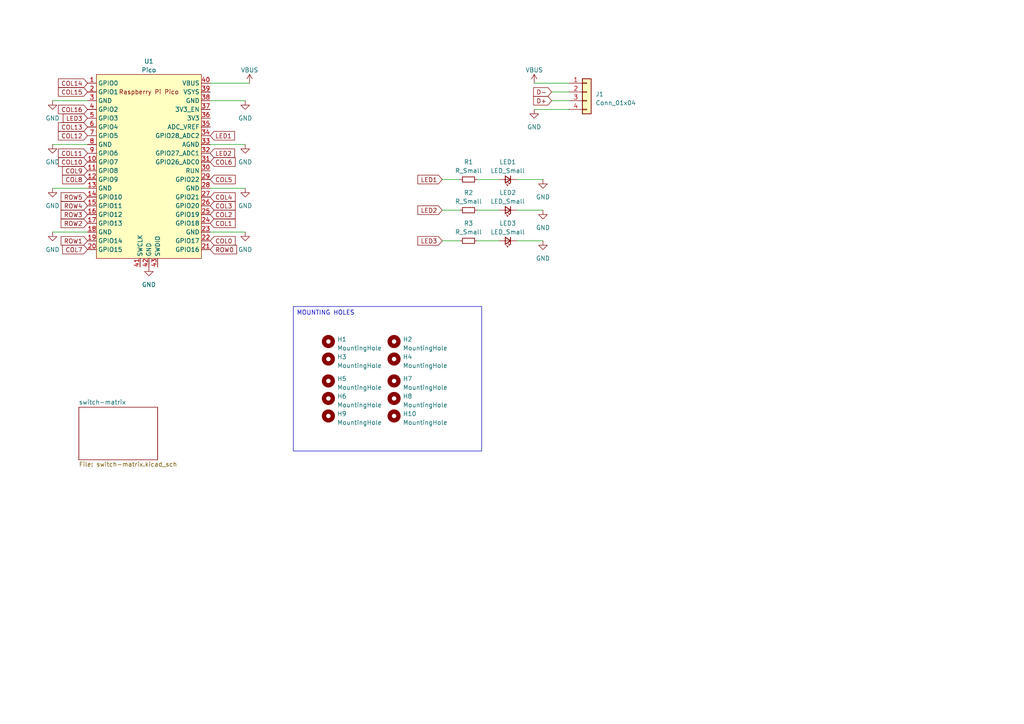
<source format=kicad_sch>
(kicad_sch (version 20230121) (generator eeschema)
  (paper "A4")
  (lib_symbols
    (symbol "Connector_Generic:Conn_01x04" (pin_names (offset 1.016) hide)
      (property "Reference" "J" (at 0 5.08 0))
      (property "Value" "Conn_01x04" (at 0 -7.62 0))
      (symbol "Conn_01x04_1_1"
        (rectangle (start -1.27 -4.953) (end 0 -5.207) (stroke (width 0.1524)))
        (rectangle (start -1.27 -2.413) (end 0 -2.667) (stroke (width 0.1524)))
        (rectangle (start -1.27 0.127) (end 0 -0.127) (stroke (width 0.1524)))
        (rectangle (start -1.27 2.667) (end 0 2.413) (stroke (width 0.1524)))
        (rectangle (start -1.27 3.81) (end 1.27 -6.35) (stroke (width 0.254)) (fill (type background)))
        (pin passive line (at -5.08 2.54 0) (length 3.81) (name "Pin_1") (number "1"))
        (pin passive line (at -5.08 0 0) (length 3.81) (name "Pin_2") (number "2"))
        (pin passive line (at -5.08 -2.54 0) (length 3.81) (name "Pin_3") (number "3"))
        (pin passive line (at -5.08 -5.08 0) (length 3.81) (name "Pin_4") (number "4"))
      )
    )
    (symbol "Device:LED_Small" (pin_numbers hide) (pin_names (offset 0.254) hide)
      (property "Reference" "D" (at -1.27 3.175 0))
      (property "Value" "LED_Small" (at -4.445 -2.54 0))
      (symbol "LED_Small_0_1"
        (polyline (pts (xy -0.762 -1.016) (xy -0.762 1.016)) (stroke (width 0.254)))
        (polyline (pts (xy 1.016 0) (xy -0.762 0)))
        (polyline (pts (xy 0.762 -1.016) (xy -0.762 0) (xy 0.762 1.016) (xy 0.762 -1.016)) (stroke (width 0.254)))
        (polyline (pts (xy 0 0.762) (xy -0.508 1.27) (xy -0.254 1.27) (xy -0.508 1.27) (xy -0.508 1.016)))
        (polyline (pts (xy 0.508 1.27) (xy 0 1.778) (xy 0.254 1.778) (xy 0 1.778) (xy 0 1.524)))
      )
      (symbol "LED_Small_1_1"
        (pin passive line (at -2.54 0 0) (length 1.778) (name "K") (number "1"))
        (pin passive line (at 2.54 0 180) (length 1.778) (name "A") (number "2"))
      )
    )
    (symbol "Device:R_Small" (pin_numbers hide) (pin_names (offset 0.254) hide)
      (property "Reference" "R" (at 0.762 0.508 0))
      (property "Value" "R_Small" (at 0.762 -1.016 0))
      (symbol "R_Small_0_1"
        (rectangle (start -0.762 1.778) (end 0.762 -1.778) (stroke (width 0.2032)))
      )
      (symbol "R_Small_1_1"
        (pin passive line (at 0 2.54 270) (length 0.762) (name "~") (number "1"))
        (pin passive line (at 0 -2.54 90) (length 0.762) (name "~") (number "2"))
      )
    )
    (symbol "MCU_RaspberryPi_and_Boards:Pico"
      (property "Reference" "U" (at -13.97 27.94 0))
      (property "Value" "Pico" (at 0 19.05 0))
      (symbol "Pico_0_0"
        (text "Raspberry Pi Pico" (at 0 21.59 0) (effects (font (size 1.27 1.27))))
      )
      (symbol "Pico_0_1"
        (rectangle (start -15.24 26.67) (end 15.24 -26.67) (fill (type background)))
      )
      (symbol "Pico_1_1"
        (pin bidirectional line (at -17.78 24.13 0) (length 2.54) (name "GPIO0") (number "1"))
        (pin bidirectional line (at -17.78 1.27 0) (length 2.54) (name "GPIO7") (number "10"))
        (pin bidirectional line (at -17.78 -1.27 0) (length 2.54) (name "GPIO8") (number "11"))
        (pin bidirectional line (at -17.78 -3.81 0) (length 2.54) (name "GPIO9") (number "12"))
        (pin power_in line (at -17.78 -6.35 0) (length 2.54) (name "GND") (number "13"))
        (pin bidirectional line (at -17.78 -8.89 0) (length 2.54) (name "GPIO10") (number "14"))
        (pin bidirectional line (at -17.78 -11.43 0) (length 2.54) (name "GPIO11") (number "15"))
        (pin bidirectional line (at -17.78 -13.97 0) (length 2.54) (name "GPIO12") (number "16"))
        (pin bidirectional line (at -17.78 -16.51 0) (length 2.54) (name "GPIO13") (number "17"))
        (pin power_in line (at -17.78 -19.05 0) (length 2.54) (name "GND") (number "18"))
        (pin bidirectional line (at -17.78 -21.59 0) (length 2.54) (name "GPIO14") (number "19"))
        (pin bidirectional line (at -17.78 21.59 0) (length 2.54) (name "GPIO1") (number "2"))
        (pin bidirectional line (at -17.78 -24.13 0) (length 2.54) (name "GPIO15") (number "20"))
        (pin bidirectional line (at 17.78 -24.13 180) (length 2.54) (name "GPIO16") (number "21"))
        (pin bidirectional line (at 17.78 -21.59 180) (length 2.54) (name "GPIO17") (number "22"))
        (pin power_in line (at 17.78 -19.05 180) (length 2.54) (name "GND") (number "23"))
        (pin bidirectional line (at 17.78 -16.51 180) (length 2.54) (name "GPIO18") (number "24"))
        (pin bidirectional line (at 17.78 -13.97 180) (length 2.54) (name "GPIO19") (number "25"))
        (pin bidirectional line (at 17.78 -11.43 180) (length 2.54) (name "GPIO20") (number "26"))
        (pin bidirectional line (at 17.78 -8.89 180) (length 2.54) (name "GPIO21") (number "27"))
        (pin power_in line (at 17.78 -6.35 180) (length 2.54) (name "GND") (number "28"))
        (pin bidirectional line (at 17.78 -3.81 180) (length 2.54) (name "GPIO22") (number "29"))
        (pin power_in line (at -17.78 19.05 0) (length 2.54) (name "GND") (number "3"))
        (pin input line (at 17.78 -1.27 180) (length 2.54) (name "RUN") (number "30"))
        (pin bidirectional line (at 17.78 1.27 180) (length 2.54) (name "GPIO26_ADC0") (number "31"))
        (pin bidirectional line (at 17.78 3.81 180) (length 2.54) (name "GPIO27_ADC1") (number "32"))
        (pin power_in line (at 17.78 6.35 180) (length 2.54) (name "AGND") (number "33"))
        (pin bidirectional line (at 17.78 8.89 180) (length 2.54) (name "GPIO28_ADC2") (number "34"))
        (pin power_in line (at 17.78 11.43 180) (length 2.54) (name "ADC_VREF") (number "35"))
        (pin power_in line (at 17.78 13.97 180) (length 2.54) (name "3V3") (number "36"))
        (pin input line (at 17.78 16.51 180) (length 2.54) (name "3V3_EN") (number "37"))
        (pin bidirectional line (at 17.78 19.05 180) (length 2.54) (name "GND") (number "38"))
        (pin power_in line (at 17.78 21.59 180) (length 2.54) (name "VSYS") (number "39"))
        (pin bidirectional line (at -17.78 16.51 0) (length 2.54) (name "GPIO2") (number "4"))
        (pin power_in line (at 17.78 24.13 180) (length 2.54) (name "VBUS") (number "40"))
        (pin input line (at -2.54 -29.21 90) (length 2.54) (name "SWCLK") (number "41"))
        (pin power_in line (at 0 -29.21 90) (length 2.54) (name "GND") (number "42"))
        (pin bidirectional line (at 2.54 -29.21 90) (length 2.54) (name "SWDIO") (number "43"))
        (pin bidirectional line (at -17.78 13.97 0) (length 2.54) (name "GPIO3") (number "5"))
        (pin bidirectional line (at -17.78 11.43 0) (length 2.54) (name "GPIO4") (number "6"))
        (pin bidirectional line (at -17.78 8.89 0) (length 2.54) (name "GPIO5") (number "7"))
        (pin power_in line (at -17.78 6.35 0) (length 2.54) (name "GND") (number "8"))
        (pin bidirectional line (at -17.78 3.81 0) (length 2.54) (name "GPIO6") (number "9"))
      )
    )
    (symbol "Mechanical:MountingHole" (pin_names (offset 1.016))
      (property "Reference" "H" (at 0 5.08 0))
      (property "Value" "MountingHole" (at 0 3.175 0))
      (symbol "MountingHole_0_1"
        (circle (center 0 0) (radius 1.27) (stroke (width 1.27)))
      )
    )
    (symbol "power:GND" (power) (pin_names (offset 0))
      (property "Value" "GND" (at 0 -3.81 0))
      (symbol "GND_0_1"
        (polyline (pts (xy 0 0) (xy 0 -1.27) (xy 1.27 -1.27) (xy 0 -2.54) (xy -1.27 -1.27) (xy 0 -1.27)))
      )
      (symbol "GND_1_1"
        (pin power_in line (at 0 0 270) (length 0) hide (name "GND") (number "1"))
      )
    )
    (symbol "power:VBUS" (power) (pin_names (offset 0))
      (property "Value" "VBUS" (at 0 3.81 0))
      (symbol "VBUS_0_1"
        (polyline (pts (xy -0.762 1.27) (xy 0 2.54)))
        (polyline (pts (xy 0 0) (xy 0 2.54)))
        (polyline (pts (xy 0 2.54) (xy 0.762 1.27)))
      )
      (symbol "VBUS_1_1"
        (pin power_in line (at 0 0 90) (length 0) hide (name "VBUS") (number "1"))
      )
    )
  )
  (wire (pts (xy 71.12 67.31) (xy 60.96 67.31)))
  (wire (pts (xy 128.27 69.85) (xy 133.35 69.85)))
  (wire (pts (xy 128.27 60.96) (xy 133.35 60.96)))
  (wire (pts (xy 71.12 54.61) (xy 60.96 54.61)))
  (wire (pts (xy 138.43 60.96) (xy 144.78 60.96)))
  (wire (pts (xy 154.94 24.13) (xy 165.1 24.13)))
  (wire (pts (xy 60.96 41.91) (xy 71.12 41.91)))
  (wire (pts (xy 15.24 54.61) (xy 25.4 54.61)))
  (wire (pts (xy 160.02 29.21) (xy 165.1 29.21)))
  (wire (pts (xy 60.96 29.21) (xy 71.12 29.21)))
  (wire (pts (xy 128.27 52.07) (xy 133.35 52.07)))
  (wire (pts (xy 149.86 52.07) (xy 157.48 52.07)))
  (wire (pts (xy 15.24 41.91) (xy 25.4 41.91)))
  (wire (pts (xy 138.43 69.85) (xy 144.78 69.85)))
  (wire (pts (xy 149.86 60.96) (xy 157.48 60.96)))
  (wire (pts (xy 60.96 24.13) (xy 72.39 24.13)))
  (wire (pts (xy 15.24 29.21) (xy 25.4 29.21)))
  (wire (pts (xy 149.86 69.85) (xy 157.48 69.85)))
  (wire (pts (xy 138.43 52.07) (xy 144.78 52.07)))
  (wire (pts (xy 160.02 26.67) (xy 165.1 26.67)))
  (wire (pts (xy 15.24 67.31) (xy 25.4 67.31)))
  (wire (pts (xy 154.94 31.75) (xy 165.1 31.75)))
  (text_box "MOUNTING HOLES" (at 85.09 88.9 0) (size 54.61 41.91) (effects (font (size 1.27 1.27)) (justify left top)))
  (global_label "LED2" (shape input) (at 128.27 60.96 180) (property "Intersheetrefs" "${INTERSHEET_REFS}" (effects hide)))
  (global_label "D-" (shape input) (at 160.02 26.67 180) (property "Intersheetrefs" "${INTERSHEET_REFS}" (effects hide)))
  (global_label "D+" (shape input) (at 160.02 29.21 180) (property "Intersheetrefs" "${INTERSHEET_REFS}" (effects hide)))
  (global_label "COL5" (shape input) (at 60.96 52.07 0) (property "Intersheetrefs" "${INTERSHEET_REFS}" (effects hide)))
  (global_label "COL12" (shape input) (at 25.4 39.37 180) (property "Intersheetrefs" "${INTERSHEET_REFS}" (effects hide)))
  (global_label "LED3" (shape input) (at 25.4 34.29 180) (property "Intersheetrefs" "${INTERSHEET_REFS}" (effects hide)))
  (global_label "LED3" (shape input) (at 128.27 69.85 180) (property "Intersheetrefs" "${INTERSHEET_REFS}" (effects hide)))
  (global_label "COL14" (shape input) (at 25.4 24.13 180) (property "Intersheetrefs" "${INTERSHEET_REFS}" (effects hide)))
  (global_label "COL0" (shape input) (at 60.96 69.85 0) (property "Intersheetrefs" "${INTERSHEET_REFS}" (effects hide)))
  (global_label "ROW3" (shape input) (at 25.4 62.23 180) (property "Intersheetrefs" "${INTERSHEET_REFS}" (effects hide)))
  (global_label "COL6" (shape input) (at 60.96 46.99 0) (property "Intersheetrefs" "${INTERSHEET_REFS}" (effects hide)))
  (global_label "ROW1" (shape input) (at 25.4 69.85 180) (property "Intersheetrefs" "${INTERSHEET_REFS}" (effects hide)))
  (global_label "COL10" (shape input) (at 25.4 46.99 180) (property "Intersheetrefs" "${INTERSHEET_REFS}" (effects hide)))
  (global_label "COL15" (shape input) (at 25.4 26.67 180) (property "Intersheetrefs" "${INTERSHEET_REFS}" (effects hide)))
  (global_label "COL16" (shape input) (at 25.4 31.75 180) (property "Intersheetrefs" "${INTERSHEET_REFS}" (effects hide)))
  (global_label "COL3" (shape input) (at 60.96 59.69 0) (property "Intersheetrefs" "${INTERSHEET_REFS}" (effects hide)))
  (global_label "COL1" (shape input) (at 60.96 64.77 0) (property "Intersheetrefs" "${INTERSHEET_REFS}" (effects hide)))
  (global_label "COL2" (shape input) (at 60.96 62.23 0) (property "Intersheetrefs" "${INTERSHEET_REFS}" (effects hide)))
  (global_label "COL13" (shape input) (at 25.4 36.83 180) (property "Intersheetrefs" "${INTERSHEET_REFS}" (effects hide)))
  (global_label "ROW0" (shape input) (at 60.96 72.39 0) (property "Intersheetrefs" "${INTERSHEET_REFS}" (effects hide)))
  (global_label "COL9" (shape input) (at 25.4 49.53 180) (property "Intersheetrefs" "${INTERSHEET_REFS}" (effects hide)))
  (global_label "COL4" (shape input) (at 60.96 57.15 0) (property "Intersheetrefs" "${INTERSHEET_REFS}" (effects hide)))
  (global_label "COL8" (shape input) (at 25.4 52.07 180) (property "Intersheetrefs" "${INTERSHEET_REFS}" (effects hide)))
  (global_label "LED1" (shape input) (at 60.96 39.37 0) (property "Intersheetrefs" "${INTERSHEET_REFS}" (effects hide)))
  (global_label "COL7" (shape input) (at 25.4 72.39 180) (property "Intersheetrefs" "${INTERSHEET_REFS}" (effects hide)))
  (global_label "ROW4" (shape input) (at 25.4 59.69 180) (property "Intersheetrefs" "${INTERSHEET_REFS}" (effects hide)))
  (global_label "ROW5" (shape input) (at 25.4 57.15 180) (property "Intersheetrefs" "${INTERSHEET_REFS}" (effects hide)))
  (global_label "LED2" (shape input) (at 60.96 44.45 0) (property "Intersheetrefs" "${INTERSHEET_REFS}" (effects hide)))
  (global_label "ROW2" (shape input) (at 25.4 64.77 180) (property "Intersheetrefs" "${INTERSHEET_REFS}" (effects hide)))
  (global_label "COL11" (shape input) (at 25.4 44.45 180) (property "Intersheetrefs" "${INTERSHEET_REFS}" (effects hide)))
  (global_label "LED1" (shape input) (at 128.27 52.07 180) (property "Intersheetrefs" "${INTERSHEET_REFS}" (effects hide)))
  (symbol (lib_id "Device:LED_Small") (at 147.32 60.96 180) (unit 1)
    (property "Reference" "LED2" (at 147.2565 55.88 0))
    (property "Value" "LED_Small" (at 147.2565 58.42 0))
    (property "Footprint" "LED_THT:LED_D3.0mm" (effects hide))
  )
  (symbol (lib_id "Mechanical:MountingHole") (at 95.25 104.14 0) (unit 1)
    (property "Reference" "H3" (at 97.79 103.505 0) (effects (justify left)))
    (property "Value" "MountingHole" (at 97.79 106.045 0) (effects (justify left)))
    (property "Footprint" "MountingHole:MountingHole_2.7mm_M2.5_DIN965_Pad" (effects hide))
  )
  (symbol (lib_id "power:GND") (at 157.48 52.07 0) (unit 1)
    (property "Reference" "#PWR012" (effects hide))
    (property "Value" "GND" (at 157.48 57.15 0))
  )
  (symbol (lib_id "power:GND") (at 71.12 54.61 0) (unit 1)
    (property "Reference" "#PWR05" (effects hide))
    (property "Value" "GND" (at 71.12 59.69 0))
  )
  (symbol (lib_id "power:GND") (at 15.24 29.21 0) (unit 1)
    (property "Reference" "#PWR09" (effects hide))
    (property "Value" "GND" (at 15.24 34.29 0))
  )
  (symbol (lib_id "power:GND") (at 15.24 41.91 0) (unit 1)
    (property "Reference" "#PWR010" (effects hide))
    (property "Value" "GND" (at 15.24 46.99 0))
  )
  (symbol (lib_id "power:GND") (at 71.12 41.91 0) (unit 1)
    (property "Reference" "#PWR015" (effects hide))
    (property "Value" "GND" (at 71.12 46.99 0))
  )
  (symbol (lib_id "Device:R_Small") (at 135.89 60.96 90) (unit 1)
    (property "Reference" "R2" (at 135.89 55.88 90))
    (property "Value" "R_Small" (at 135.89 58.42 90))
    (property "Footprint" "Keebio-Parts:Resistor-Hybrid" (effects hide))
  )
  (symbol (lib_id "Mechanical:MountingHole") (at 95.25 110.49 0) (unit 1)
    (property "Reference" "H5" (at 97.79 109.855 0) (effects (justify left)))
    (property "Value" "MountingHole" (at 97.79 112.395 0) (effects (justify left)))
    (property "Footprint" "MountingHole:MountingHole_2.7mm_M2.5_DIN965_Pad" (effects hide))
  )
  (symbol (lib_id "power:GND") (at 15.24 67.31 0) (unit 1)
    (property "Reference" "#PWR07" (effects hide))
    (property "Value" "GND" (at 15.24 72.39 0))
  )
  (symbol (lib_id "Mechanical:MountingHole") (at 95.25 99.06 0) (unit 1)
    (property "Reference" "H1" (at 97.79 98.425 0) (effects (justify left)))
    (property "Value" "MountingHole" (at 97.79 100.965 0) (effects (justify left)))
    (property "Footprint" "MountingHole:MountingHole_2.7mm_M2.5_DIN965_Pad" (effects hide))
  )
  (symbol (lib_id "Mechanical:MountingHole") (at 114.3 104.14 0) (unit 1)
    (property "Reference" "H4" (at 116.84 103.505 0) (effects (justify left)))
    (property "Value" "MountingHole" (at 116.84 106.045 0) (effects (justify left)))
    (property "Footprint" "MountingHole:MountingHole_2.7mm_M2.5_DIN965_Pad" (effects hide))
  )
  (symbol (lib_id "power:VBUS") (at 154.94 24.13 0) (unit 1)
    (property "Reference" "#PWR01" (effects hide))
    (property "Value" "VBUS" (at 154.94 20.32 0))
  )
  (symbol (lib_id "Device:LED_Small") (at 147.32 69.85 180) (unit 1)
    (property "Reference" "LED3" (at 147.2565 64.77 0))
    (property "Value" "LED_Small" (at 147.2565 67.31 0))
    (property "Footprint" "LED_THT:LED_D3.0mm" (effects hide))
  )
  (symbol (lib_id "Mechanical:MountingHole") (at 114.3 110.49 0) (unit 1)
    (property "Reference" "H7" (at 116.84 109.855 0) (effects (justify left)))
    (property "Value" "MountingHole" (at 116.84 112.395 0) (effects (justify left)))
    (property "Footprint" "MountingHole:MountingHole_2.7mm_M2.5_DIN965_Pad" (effects hide))
  )
  (symbol (lib_id "power:GND") (at 157.48 69.85 0) (unit 1)
    (property "Reference" "#PWR014" (effects hide))
    (property "Value" "GND" (at 157.48 74.93 0))
  )
  (symbol (lib_id "power:VBUS") (at 72.39 24.13 0) (unit 1)
    (property "Reference" "#PWR02" (effects hide))
    (property "Value" "VBUS" (at 72.39 20.32 0))
  )
  (symbol (lib_id "power:GND") (at 15.24 54.61 0) (unit 1)
    (property "Reference" "#PWR011" (effects hide))
    (property "Value" "GND" (at 15.24 59.69 0))
  )
  (symbol (lib_id "power:GND") (at 154.94 31.75 0) (unit 1)
    (property "Reference" "#PWR03" (effects hide))
    (property "Value" "GND" (at 154.94 36.83 0))
  )
  (symbol (lib_id "power:GND") (at 71.12 29.21 0) (unit 1)
    (property "Reference" "#PWR04" (effects hide))
    (property "Value" "GND" (at 71.12 34.29 0))
  )
  (symbol (lib_id "Mechanical:MountingHole") (at 95.25 120.65 0) (unit 1)
    (property "Reference" "H9" (at 97.79 120.015 0) (effects (justify left)))
    (property "Value" "MountingHole" (at 97.79 122.555 0) (effects (justify left)))
    (property "Footprint" "MountingHole:MountingHole_2.7mm_M2.5_DIN965_Pad" (effects hide))
  )
  (symbol (lib_id "MCU_RaspberryPi_and_Boards:Pico") (at 43.18 48.26 0) (unit 1)
    (property "Reference" "U1" (at 43.18 17.78 0))
    (property "Value" "Pico" (at 43.18 20.32 0))
    (property "Footprint" "MCU_RaspberryPi_and_Boards:RPi_Pico_SMD_TH" (effects hide))
  )
  (symbol (lib_id "Device:R_Small") (at 135.89 52.07 90) (unit 1)
    (property "Reference" "R1" (at 135.89 46.99 90))
    (property "Value" "R_Small" (at 135.89 49.53 90))
    (property "Footprint" "Keebio-Parts:Resistor-Hybrid" (effects hide))
  )
  (symbol (lib_id "Device:R_Small") (at 135.89 69.85 90) (unit 1)
    (property "Reference" "R3" (at 135.89 64.77 90))
    (property "Value" "R_Small" (at 135.89 67.31 90))
    (property "Footprint" "Keebio-Parts:Resistor-Hybrid" (effects hide))
  )
  (symbol (lib_id "Mechanical:MountingHole") (at 95.25 115.57 0) (unit 1)
    (property "Reference" "H6" (at 97.79 114.935 0) (effects (justify left)))
    (property "Value" "MountingHole" (at 97.79 117.475 0) (effects (justify left)))
    (property "Footprint" "MountingHole:MountingHole_2.7mm_M2.5_DIN965_Pad" (effects hide))
  )
  (symbol (lib_id "Mechanical:MountingHole") (at 114.3 120.65 0) (unit 1)
    (property "Reference" "H10" (at 116.84 120.015 0) (effects (justify left)))
    (property "Value" "MountingHole" (at 116.84 122.555 0) (effects (justify left)))
    (property "Footprint" "MountingHole:MountingHole_2.7mm_M2.5_DIN965_Pad" (effects hide))
  )
  (symbol (lib_id "power:GND") (at 71.12 67.31 0) (unit 1)
    (property "Reference" "#PWR06" (effects hide))
    (property "Value" "GND" (at 71.12 72.39 0))
  )
  (symbol (lib_id "Connector_Generic:Conn_01x04") (at 170.18 26.67 0) (unit 1)
    (property "Reference" "J1" (at 172.72 27.305 0) (effects (justify left)))
    (property "Value" "Conn_01x04" (at 172.72 29.845 0) (effects (justify left)))
    (property "Footprint" "Connector_JST:JST_GH_SM04B-GHS-TB_1x04-1MP_P1.25mm_Horizontal" (effects hide))
  )
  (symbol (lib_id "power:GND") (at 157.48 60.96 0) (unit 1)
    (property "Reference" "#PWR013" (effects hide))
    (property "Value" "GND" (at 157.48 66.04 0))
  )
  (symbol (lib_id "power:GND") (at 43.18 77.47 0) (unit 1)
    (property "Reference" "#PWR08" (effects hide))
    (property "Value" "GND" (at 43.18 82.55 0))
  )
  (symbol (lib_id "Mechanical:MountingHole") (at 114.3 115.57 0) (unit 1)
    (property "Reference" "H8" (at 116.84 114.935 0) (effects (justify left)))
    (property "Value" "MountingHole" (at 116.84 117.475 0) (effects (justify left)))
    (property "Footprint" "MountingHole:MountingHole_2.7mm_M2.5_DIN965_Pad" (effects hide))
  )
  (symbol (lib_id "Mechanical:MountingHole") (at 114.3 99.06 0) (unit 1)
    (property "Reference" "H2" (at 116.84 98.425 0) (effects (justify left)))
    (property "Value" "MountingHole" (at 116.84 100.965 0) (effects (justify left)))
    (property "Footprint" "MountingHole:MountingHole_2.7mm_M2.5_DIN965_Pad" (effects hide))
  )
  (symbol (lib_id "Device:LED_Small") (at 147.32 52.07 180) (unit 1)
    (property "Reference" "LED1" (at 147.2565 46.99 0))
    (property "Value" "LED_Small" (at 147.2565 49.53 0))
    (property "Footprint" "LED_THT:LED_D3.0mm" (effects hide))
  )
  (sheet (at 22.86 118.11) (size 22.86 15.24) (stroke (width 0.1524))
    (property "Sheetname" "switch-matrix" (at 22.86 117.3984 0) (effects (justify left bottom)))
    (property "Sheetfile" "switch-matrix.kicad_sch" (at 22.86 133.9346 0) (effects (justify left top)))
  )
)
</source>
